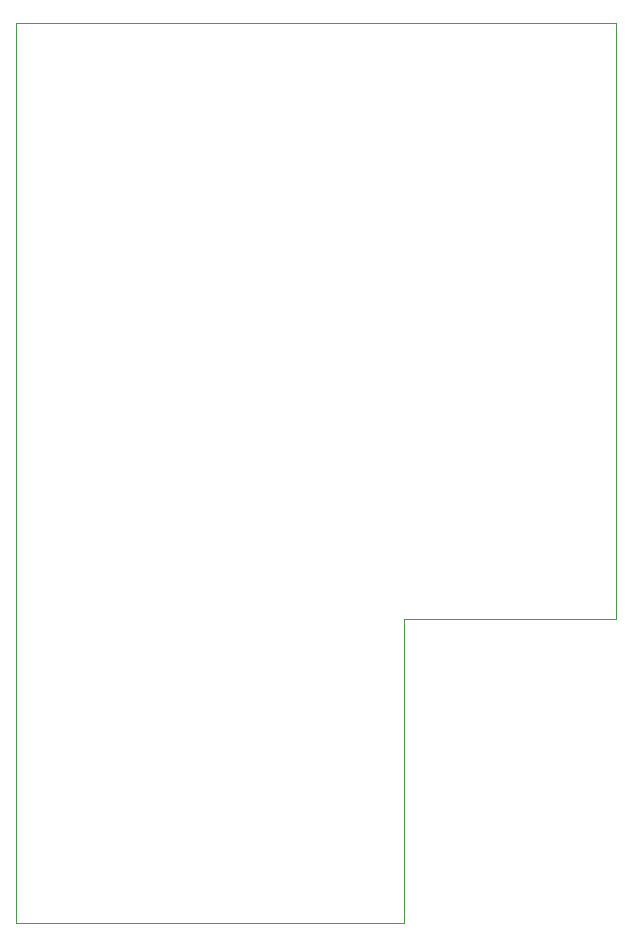
<source format=gbr>
%TF.GenerationSoftware,KiCad,Pcbnew,8.0.8*%
%TF.CreationDate,2025-08-11T02:01:29+09:00*%
%TF.ProjectId,20250811-7seg-led-panel-power,32303235-3038-4313-912d-377365672d6c,rev?*%
%TF.SameCoordinates,Original*%
%TF.FileFunction,Profile,NP*%
%FSLAX46Y46*%
G04 Gerber Fmt 4.6, Leading zero omitted, Abs format (unit mm)*
G04 Created by KiCad (PCBNEW 8.0.8) date 2025-08-11 02:01:29*
%MOMM*%
%LPD*%
G01*
G04 APERTURE LIST*
%TA.AperFunction,Profile*%
%ADD10C,0.050000*%
%TD*%
%TA.AperFunction,Profile*%
%ADD11C,0.100000*%
%TD*%
G04 APERTURE END LIST*
D10*
X152450000Y-50900000D02*
X152450000Y-101400099D01*
X134550038Y-127100000D02*
X101650000Y-127100000D01*
D11*
X101650000Y-127100000D02*
X101650000Y-50900000D01*
X101650000Y-50900000D02*
X152450000Y-50900000D01*
D10*
X134550000Y-101400000D02*
X134550038Y-127100000D01*
X152450000Y-101400099D02*
X134550000Y-101400000D01*
M02*

</source>
